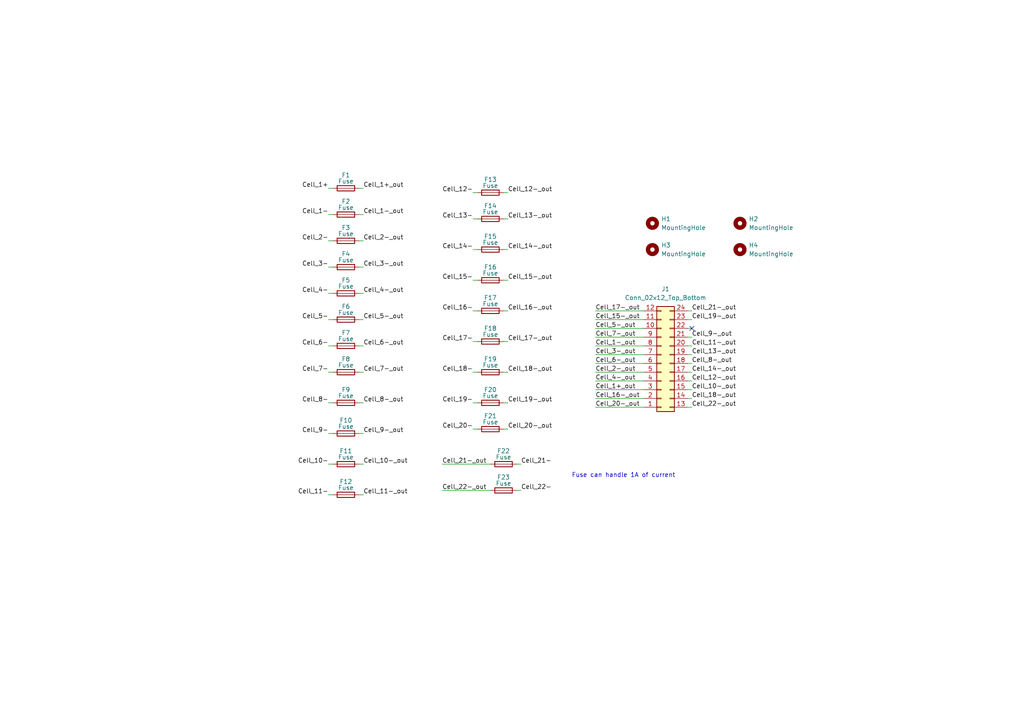
<source format=kicad_sch>
(kicad_sch (version 20250114) (generator "eeschema") (generator_version "9.0")
  (paper "A4")
  (lib_symbols
    (symbol "Connector_Generic:Conn_02x12_Top_Bottom" (pin_names (offset 1.016) (hide yes))
      (property "Reference" "J" (at 1.27 15.24 0))
      (property "Value" "Conn_02x12_Top_Bottom" (at 1.27 -17.78 0))
      (symbol "Conn_02x12_Top_Bottom_1_1"
        (rectangle (start -1.27 13.97) (end 3.81 -16.51) (stroke (width 0.254)) (fill (type background)))
        (rectangle (start -1.27 12.827) (end 0 12.573) (stroke (width 0.1524)))
        (rectangle (start -1.27 10.287) (end 0 10.033) (stroke (width 0.1524)))
        (rectangle (start -1.27 7.747) (end 0 7.493) (stroke (width 0.1524)))
        (rectangle (start -1.27 5.207) (end 0 4.953) (stroke (width 0.1524)))
        (rectangle (start -1.27 2.667) (end 0 2.413) (stroke (width 0.1524)))
        (rectangle (start -1.27 0.127) (end 0 -0.127) (stroke (width 0.1524)))
        (rectangle (start -1.27 -2.413) (end 0 -2.667) (stroke (width 0.1524)))
        (rectangle (start -1.27 -4.953) (end 0 -5.207) (stroke (width 0.1524)))
        (rectangle (start -1.27 -7.493) (end 0 -7.747) (stroke (width 0.1524)))
        (rectangle (start -1.27 -10.033) (end 0 -10.287) (stroke (width 0.1524)))
        (rectangle (start -1.27 -12.573) (end 0 -12.827) (stroke (width 0.1524)))
        (rectangle (start -1.27 -15.113) (end 0 -15.367) (stroke (width 0.1524)))
        (rectangle (start 3.81 12.827) (end 2.54 12.573) (stroke (width 0.1524)))
        (rectangle (start 3.81 10.287) (end 2.54 10.033) (stroke (width 0.1524)))
        (rectangle (start 3.81 7.747) (end 2.54 7.493) (stroke (width 0.1524)))
        (rectangle (start 3.81 5.207) (end 2.54 4.953) (stroke (width 0.1524)))
        (rectangle (start 3.81 2.667) (end 2.54 2.413) (stroke (width 0.1524)))
        (rectangle (start 3.81 0.127) (end 2.54 -0.127) (stroke (width 0.1524)))
        (rectangle (start 3.81 -2.413) (end 2.54 -2.667) (stroke (width 0.1524)))
        (rectangle (start 3.81 -4.953) (end 2.54 -5.207) (stroke (width 0.1524)))
        (rectangle (start 3.81 -7.493) (end 2.54 -7.747) (stroke (width 0.1524)))
        (rectangle (start 3.81 -10.033) (end 2.54 -10.287) (stroke (width 0.1524)))
        (rectangle (start 3.81 -12.573) (end 2.54 -12.827) (stroke (width 0.1524)))
        (rectangle (start 3.81 -15.113) (end 2.54 -15.367) (stroke (width 0.1524)))
        (pin passive line (at -5.08 12.7 0) (length 3.81) (name "Pin_1") (number "1"))
        (pin passive line (at -5.08 10.16 0) (length 3.81) (name "Pin_2") (number "2"))
        (pin passive line (at -5.08 7.62 0) (length 3.81) (name "Pin_3") (number "3"))
        (pin passive line (at -5.08 5.08 0) (length 3.81) (name "Pin_4") (number "4"))
        (pin passive line (at -5.08 2.54 0) (length 3.81) (name "Pin_5") (number "5"))
        (pin passive line (at -5.08 0 0) (length 3.81) (name "Pin_6") (number "6"))
        (pin passive line (at -5.08 -2.54 0) (length 3.81) (name "Pin_7") (number "7"))
        (pin passive line (at -5.08 -5.08 0) (length 3.81) (name "Pin_8") (number "8"))
        (pin passive line (at -5.08 -7.62 0) (length 3.81) (name "Pin_9") (number "9"))
        (pin passive line (at -5.08 -10.16 0) (length 3.81) (name "Pin_10") (number "10"))
        (pin passive line (at -5.08 -12.7 0) (length 3.81) (name "Pin_11") (number "11"))
        (pin passive line (at -5.08 -15.24 0) (length 3.81) (name "Pin_12") (number "12"))
        (pin passive line (at 7.62 12.7 180) (length 3.81) (name "Pin_13") (number "13"))
        (pin passive line (at 7.62 10.16 180) (length 3.81) (name "Pin_14") (number "14"))
        (pin passive line (at 7.62 7.62 180) (length 3.81) (name "Pin_15") (number "15"))
        (pin passive line (at 7.62 5.08 180) (length 3.81) (name "Pin_16") (number "16"))
        (pin passive line (at 7.62 2.54 180) (length 3.81) (name "Pin_17") (number "17"))
        (pin passive line (at 7.62 0 180) (length 3.81) (name "Pin_18") (number "18"))
        (pin passive line (at 7.62 -2.54 180) (length 3.81) (name "Pin_19") (number "19"))
        (pin passive line (at 7.62 -5.08 180) (length 3.81) (name "Pin_20") (number "20"))
        (pin passive line (at 7.62 -7.62 180) (length 3.81) (name "Pin_21") (number "21"))
        (pin passive line (at 7.62 -10.16 180) (length 3.81) (name "Pin_22") (number "22"))
        (pin passive line (at 7.62 -12.7 180) (length 3.81) (name "Pin_23") (number "23"))
        (pin passive line (at 7.62 -15.24 180) (length 3.81) (name "Pin_24") (number "24"))
      )
    )
    (symbol "Device:Fuse" (pin_numbers (hide yes)) (pin_names (offset 0))
      (property "Reference" "F" (at 2.032 0 90))
      (property "Value" "Fuse" (at -1.905 0 90))
      (symbol "Fuse_0_1"
        (rectangle (start -0.762 -2.54) (end 0.762 2.54) (stroke (width 0.254)))
        (polyline (pts (xy 0 2.54) (xy 0 -2.54)))
      )
      (symbol "Fuse_1_1"
        (pin passive line (at 0 3.81 270) (length 1.27) (name "~") (number "1"))
        (pin passive line (at 0 -3.81 90) (length 1.27) (name "~") (number "2"))
      )
    )
    (symbol "Mechanical:MountingHole" (pin_names (offset 1.016)) (exclude_from_sim yes) (in_bom no)
      (property "Reference" "H" (at 0 5.08 0))
      (property "Value" "MountingHole" (at 0 3.175 0))
      (symbol "MountingHole_0_1"
        (circle (center 0 0) (radius 1.27) (stroke (width 1.27)))
      )
    )
  )
  (text "Fuse can handle 1A of current" (at 180.848 137.922 0) (effects (font (size 1.27 1.27))))
  (no_connect (at 200.66 95.25))
  (wire (pts (xy 137.16 99.06) (xy 138.43 99.06)))
  (wire (pts (xy 172.72 105.41) (xy 186.69 105.41)))
  (wire (pts (xy 95.25 116.84) (xy 96.52 116.84)))
  (wire (pts (xy 199.39 100.33) (xy 200.66 100.33)))
  (wire (pts (xy 172.72 97.79) (xy 186.69 97.79)))
  (wire (pts (xy 146.05 81.28) (xy 147.32 81.28)))
  (wire (pts (xy 104.14 69.85) (xy 105.41 69.85)))
  (wire (pts (xy 172.72 110.49) (xy 186.69 110.49)))
  (wire (pts (xy 104.14 54.61) (xy 105.41 54.61)))
  (wire (pts (xy 172.72 95.25) (xy 186.69 95.25)))
  (wire (pts (xy 104.14 107.95) (xy 105.41 107.95)))
  (wire (pts (xy 199.39 118.11) (xy 200.66 118.11)))
  (wire (pts (xy 104.14 77.47) (xy 105.41 77.47)))
  (wire (pts (xy 104.14 92.71) (xy 105.41 92.71)))
  (wire (pts (xy 95.25 107.95) (xy 96.52 107.95)))
  (wire (pts (xy 172.72 107.95) (xy 186.69 107.95)))
  (wire (pts (xy 199.39 90.17) (xy 200.66 90.17)))
  (wire (pts (xy 104.14 62.23) (xy 105.41 62.23)))
  (wire (pts (xy 137.16 107.95) (xy 138.43 107.95)))
  (wire (pts (xy 95.25 100.33) (xy 96.52 100.33)))
  (wire (pts (xy 172.72 92.71) (xy 186.69 92.71)))
  (wire (pts (xy 172.72 90.17) (xy 186.69 90.17)))
  (wire (pts (xy 137.16 55.88) (xy 138.43 55.88)))
  (wire (pts (xy 199.39 107.95) (xy 200.66 107.95)))
  (wire (pts (xy 95.25 54.61) (xy 96.52 54.61)))
  (wire (pts (xy 172.72 113.03) (xy 186.69 113.03)))
  (wire (pts (xy 199.39 110.49) (xy 200.66 110.49)))
  (wire (pts (xy 146.05 72.39) (xy 147.32 72.39)))
  (wire (pts (xy 104.14 85.09) (xy 105.41 85.09)))
  (wire (pts (xy 199.39 97.79) (xy 200.66 97.79)))
  (wire (pts (xy 199.39 102.87) (xy 200.66 102.87)))
  (wire (pts (xy 172.72 100.33) (xy 186.69 100.33)))
  (wire (pts (xy 137.16 63.5) (xy 138.43 63.5)))
  (wire (pts (xy 95.25 62.23) (xy 96.52 62.23)))
  (wire (pts (xy 137.16 90.17) (xy 138.43 90.17)))
  (wire (pts (xy 199.39 92.71) (xy 200.66 92.71)))
  (wire (pts (xy 95.25 143.51) (xy 96.52 143.51)))
  (wire (pts (xy 95.25 134.62) (xy 96.52 134.62)))
  (wire (pts (xy 104.14 134.62) (xy 105.41 134.62)))
  (wire (pts (xy 95.25 77.47) (xy 96.52 77.47)))
  (wire (pts (xy 104.14 143.51) (xy 105.41 143.51)))
  (wire (pts (xy 146.05 124.46) (xy 147.32 124.46)))
  (wire (pts (xy 95.25 92.71) (xy 96.52 92.71)))
  (wire (pts (xy 172.72 118.11) (xy 186.69 118.11)))
  (wire (pts (xy 172.72 115.57) (xy 186.69 115.57)))
  (wire (pts (xy 95.25 85.09) (xy 96.52 85.09)))
  (wire (pts (xy 199.39 105.41) (xy 200.66 105.41)))
  (wire (pts (xy 146.05 90.17) (xy 147.32 90.17)))
  (wire (pts (xy 199.39 113.03) (xy 200.66 113.03)))
  (wire (pts (xy 172.72 102.87) (xy 186.69 102.87)))
  (wire (pts (xy 137.16 124.46) (xy 138.43 124.46)))
  (wire (pts (xy 199.39 95.25) (xy 200.66 95.25)))
  (wire (pts (xy 104.14 100.33) (xy 105.41 100.33)))
  (wire (pts (xy 95.25 69.85) (xy 96.52 69.85)))
  (wire (pts (xy 137.16 72.39) (xy 138.43 72.39)))
  (wire (pts (xy 137.16 81.28) (xy 138.43 81.28)))
  (wire (pts (xy 146.05 99.06) (xy 147.32 99.06)))
  (wire (pts (xy 137.16 116.84) (xy 138.43 116.84)))
  (wire (pts (xy 151.13 134.62) (xy 149.86 134.62)))
  (wire (pts (xy 146.05 116.84) (xy 147.32 116.84)))
  (wire (pts (xy 199.39 115.57) (xy 200.66 115.57)))
  (wire (pts (xy 104.14 116.84) (xy 105.41 116.84)))
  (wire (pts (xy 146.05 107.95) (xy 147.32 107.95)))
  (wire (pts (xy 104.14 125.73) (xy 105.41 125.73)))
  (wire (pts (xy 95.25 125.73) (xy 96.52 125.73)))
  (wire (pts (xy 149.86 142.24) (xy 151.13 142.24)))
  (wire (pts (xy 146.05 63.5) (xy 147.32 63.5)))
  (wire (pts (xy 128.27 134.62) (xy 142.24 134.62)))
  (wire (pts (xy 128.27 142.24) (xy 142.24 142.24)))
  (wire (pts (xy 146.05 55.88) (xy 147.32 55.88)))
  (label "Cell_14-" (at 137.16 72.39 180))
  (label "Cell_8-_out" (at 105.41 116.84 0))
  (label "Cell_7-" (at 95.25 107.95 180))
  (label "Cell_7-_out" (at 172.72 97.79 0))
  (label "Cell_3-_out" (at 105.41 77.47 0))
  (label "Cell_17-_out" (at 172.72 90.17 0))
  (label "Cell_3-" (at 95.25 77.47 180))
  (label "Cell_22-_out" (at 128.27 142.24 0))
  (label "Cell_12-" (at 137.16 55.88 180))
  (label "Cell_19-_out" (at 147.32 116.84 0))
  (label "Cell_15-" (at 137.16 81.28 180))
  (label "Cell_10-" (at 95.25 134.62 180))
  (label "Cell_14-_out" (at 200.66 107.95 0))
  (label "Cell_5-_out" (at 172.72 95.25 0))
  (label "Cell_1-_out" (at 172.72 100.33 0))
  (label "Cell_21-" (at 151.13 134.62 0))
  (label "Cell_12-_out" (at 147.32 55.88 0))
  (label "Cell_22-" (at 151.13 142.24 0))
  (label "Cell_12-_out" (at 200.66 110.49 0))
  (label "Cell_9-_out" (at 105.41 125.73 0))
  (label "Cell_16-_out" (at 172.72 115.57 0))
  (label "Cell_20-_out" (at 147.32 124.46 0))
  (label "Cell_5-" (at 95.25 92.71 180))
  (label "Cell_9-" (at 95.25 125.73 180))
  (label "Cell_3-_out" (at 172.72 102.87 0))
  (label "Cell_21-_out" (at 200.66 90.17 0))
  (label "Cell_13-_out" (at 147.32 63.5 0))
  (label "Cell_18-" (at 137.16 107.95 180))
  (label "Cell_5-_out" (at 105.41 92.71 0))
  (label "Cell_1+" (at 95.25 54.61 180))
  (label "Cell_20-_out" (at 172.72 118.11 0))
  (label "Cell_4-" (at 95.25 85.09 180))
  (label "Cell_10-_out" (at 200.66 113.03 0))
  (label "Cell_11-_out" (at 105.41 143.51 0))
  (label "Cell_1-" (at 95.25 62.23 180))
  (label "Cell_2-_out" (at 172.72 107.95 0))
  (label "Cell_1+_out" (at 105.41 54.61 0))
  (label "Cell_6-_out" (at 105.41 100.33 0))
  (label "Cell_18-_out" (at 147.32 107.95 0))
  (label "Cell_8-_out" (at 200.66 105.41 0))
  (label "Cell_15-_out" (at 147.32 81.28 0))
  (label "Cell_7-_out" (at 105.41 107.95 0))
  (label "Cell_21-_out" (at 128.27 134.62 0))
  (label "Cell_19-" (at 137.16 116.84 180))
  (label "Cell_10-_out" (at 105.41 134.62 0))
  (label "Cell_18-_out" (at 200.66 115.57 0))
  (label "Cell_17-_out" (at 147.32 99.06 0))
  (label "Cell_9-_out" (at 200.66 97.79 0))
  (label "Cell_13-_out" (at 200.66 102.87 0))
  (label "Cell_16-" (at 137.16 90.17 180))
  (label "Cell_20-" (at 137.16 124.46 180))
  (label "Cell_19-_out" (at 200.66 92.71 0))
  (label "Cell_13-" (at 137.16 63.5 180))
  (label "Cell_16-_out" (at 147.32 90.17 0))
  (label "Cell_11-" (at 95.25 143.51 180))
  (label "Cell_14-_out" (at 147.32 72.39 0))
  (label "Cell_17-" (at 137.16 99.06 180))
  (label "Cell_1-_out" (at 105.41 62.23 0))
  (label "Cell_11-_out" (at 200.66 100.33 0))
  (label "Cell_8-" (at 95.25 116.84 180))
  (label "Cell_2-" (at 95.25 69.85 180))
  (label "Cell_6-" (at 95.25 100.33 180))
  (label "Cell_6-_out" (at 172.72 105.41 0))
  (label "Cell_15-_out" (at 172.72 92.71 0))
  (label "Cell_4-_out" (at 105.41 85.09 0))
  (label "Cell_22-_out" (at 200.66 118.11 0))
  (label "Cell_1+_out" (at 172.72 113.03 0))
  (label "Cell_4-_out" (at 172.72 110.49 0))
  (label "Cell_2-_out" (at 105.41 69.85 0))
  (symbol (lib_id "Device:Fuse") (at 142.24 124.46 90) (unit 1)
    (property "Reference" "F21" (at 142.24 120.65 90))
    (property "Value" "Fuse" (at 142.24 122.428 90))
    (property "Footprint" "Fuse:Fuse_Littelfuse-NANO2-885" (effects (hide yes)))
    (property "Description" "Fuse" (effects (hide yes)))
  )
  (symbol (lib_id "Device:Fuse") (at 142.24 107.95 90) (unit 1)
    (property "Reference" "F19" (at 142.24 104.14 90))
    (property "Value" "Fuse" (at 142.24 105.918 90))
    (property "Footprint" "Fuse:Fuse_Littelfuse-NANO2-885" (effects (hide yes)))
    (property "Description" "Fuse" (effects (hide yes)))
  )
  (symbol (lib_id "Device:Fuse") (at 142.24 81.28 90) (unit 1)
    (property "Reference" "F16" (at 142.24 77.47 90))
    (property "Value" "Fuse" (at 142.24 79.248 90))
    (property "Footprint" "Fuse:Fuse_Littelfuse-NANO2-885" (effects (hide yes)))
    (property "Description" "Fuse" (effects (hide yes)))
  )
  (symbol (lib_id "Mechanical:MountingHole") (at 189.23 72.39 0) (unit 1) (exclude_from_sim yes) (in_bom no)
    (property "Reference" "H3" (at 191.77 71.1199 0) (effects (justify left)))
    (property "Value" "MountingHole" (at 191.77 73.6599 0) (effects (justify left)))
    (property "Footprint" "MountingHole:MountingHole_4.3mm_M4" (effects (hide yes)))
    (property "Description" "Mounting Hole without connection" (effects (hide yes)))
  )
  (symbol (lib_id "Device:Fuse") (at 142.24 63.5 90) (unit 1)
    (property "Reference" "F14" (at 142.24 59.69 90))
    (property "Value" "Fuse" (at 142.24 61.468 90))
    (property "Footprint" "Fuse:Fuse_Littelfuse-NANO2-885" (effects (hide yes)))
    (property "Description" "Fuse" (effects (hide yes)))
  )
  (symbol (lib_id "Device:Fuse") (at 100.33 134.62 90) (unit 1)
    (property "Reference" "F11" (at 100.33 130.81 90))
    (property "Value" "Fuse" (at 100.33 132.588 90))
    (property "Footprint" "Fuse:Fuse_Littelfuse-NANO2-885" (effects (hide yes)))
    (property "Description" "Fuse" (effects (hide yes)))
  )
  (symbol (lib_id "Device:Fuse") (at 100.33 54.61 90) (unit 1)
    (property "Reference" "F1" (at 100.33 50.8 90))
    (property "Value" "Fuse" (at 100.33 52.578 90))
    (property "Footprint" "Fuse:Fuse_Littelfuse-NANO2-885" (effects (hide yes)))
    (property "Description" "Fuse" (effects (hide yes)))
  )
  (symbol (lib_id "Device:Fuse") (at 100.33 107.95 90) (unit 1)
    (property "Reference" "F8" (at 100.33 104.14 90))
    (property "Value" "Fuse" (at 100.33 105.918 90))
    (property "Footprint" "Fuse:Fuse_Littelfuse-NANO2-885" (effects (hide yes)))
    (property "Description" "Fuse" (effects (hide yes)))
  )
  (symbol (lib_id "Device:Fuse") (at 100.33 100.33 90) (unit 1)
    (property "Reference" "F7" (at 100.33 96.52 90))
    (property "Value" "Fuse" (at 100.33 98.298 90))
    (property "Footprint" "Fuse:Fuse_Littelfuse-NANO2-885" (effects (hide yes)))
    (property "Description" "Fuse" (effects (hide yes)))
  )
  (symbol (lib_id "Device:Fuse") (at 100.33 143.51 90) (unit 1)
    (property "Reference" "F12" (at 100.33 139.7 90))
    (property "Value" "Fuse" (at 100.33 141.478 90))
    (property "Footprint" "Fuse:Fuse_Littelfuse-NANO2-885" (effects (hide yes)))
    (property "Description" "Fuse" (effects (hide yes)))
  )
  (symbol (lib_id "Mechanical:MountingHole") (at 214.63 72.39 0) (unit 1) (exclude_from_sim yes) (in_bom no)
    (property "Reference" "H4" (at 217.17 71.1199 0) (effects (justify left)))
    (property "Value" "MountingHole" (at 217.17 73.6599 0) (effects (justify left)))
    (property "Footprint" "MountingHole:MountingHole_4.3mm_M4" (effects (hide yes)))
    (property "Description" "Mounting Hole without connection" (effects (hide yes)))
  )
  (symbol (lib_id "Device:Fuse") (at 100.33 69.85 90) (unit 1)
    (property "Reference" "F3" (at 100.33 66.04 90))
    (property "Value" "Fuse" (at 100.33 67.818 90))
    (property "Footprint" "Fuse:Fuse_Littelfuse-NANO2-885" (effects (hide yes)))
    (property "Description" "Fuse" (effects (hide yes)))
  )
  (symbol (lib_id "Device:Fuse") (at 100.33 77.47 90) (unit 1)
    (property "Reference" "F4" (at 100.33 73.66 90))
    (property "Value" "Fuse" (at 100.33 75.438 90))
    (property "Footprint" "Fuse:Fuse_Littelfuse-NANO2-885" (effects (hide yes)))
    (property "Description" "Fuse" (effects (hide yes)))
  )
  (symbol (lib_id "Device:Fuse") (at 142.24 99.06 90) (unit 1)
    (property "Reference" "F18" (at 142.24 95.25 90))
    (property "Value" "Fuse" (at 142.24 97.028 90))
    (property "Footprint" "Fuse:Fuse_Littelfuse-NANO2-885" (effects (hide yes)))
    (property "Description" "Fuse" (effects (hide yes)))
  )
  (symbol (lib_id "Device:Fuse") (at 100.33 62.23 90) (unit 1)
    (property "Reference" "F2" (at 100.33 58.42 90))
    (property "Value" "Fuse" (at 100.33 60.198 90))
    (property "Footprint" "Fuse:Fuse_Littelfuse-NANO2-885" (effects (hide yes)))
    (property "Description" "Fuse" (effects (hide yes)))
  )
  (symbol (lib_id "Device:Fuse") (at 142.24 90.17 90) (unit 1)
    (property "Reference" "F17" (at 142.24 86.36 90))
    (property "Value" "Fuse" (at 142.24 88.138 90))
    (property "Footprint" "Fuse:Fuse_Littelfuse-NANO2-885" (effects (hide yes)))
    (property "Description" "Fuse" (effects (hide yes)))
  )
  (symbol (lib_id "Device:Fuse") (at 146.05 142.24 90) (unit 1)
    (property "Reference" "F23" (at 146.05 138.43 90))
    (property "Value" "Fuse" (at 146.05 140.208 90))
    (property "Footprint" "Fuse:Fuse_Littelfuse-NANO2-885" (effects (hide yes)))
    (property "Description" "Fuse" (effects (hide yes)))
  )
  (symbol (lib_id "Device:Fuse") (at 142.24 116.84 90) (unit 1)
    (property "Reference" "F20" (at 142.24 113.03 90))
    (property "Value" "Fuse" (at 142.24 114.808 90))
    (property "Footprint" "Fuse:Fuse_Littelfuse-NANO2-885" (effects (hide yes)))
    (property "Description" "Fuse" (effects (hide yes)))
  )
  (symbol (lib_id "Device:Fuse") (at 100.33 85.09 90) (unit 1)
    (property "Reference" "F5" (at 100.33 81.28 90))
    (property "Value" "Fuse" (at 100.33 83.058 90))
    (property "Footprint" "Fuse:Fuse_Littelfuse-NANO2-885" (effects (hide yes)))
    (property "Description" "Fuse" (effects (hide yes)))
  )
  (symbol (lib_id "Device:Fuse") (at 146.05 134.62 90) (unit 1)
    (property "Reference" "F22" (at 146.05 130.81 90))
    (property "Value" "Fuse" (at 146.05 132.588 90))
    (property "Footprint" "Fuse:Fuse_Littelfuse-NANO2-885" (effects (hide yes)))
    (property "Description" "Fuse" (effects (hide yes)))
  )
  (symbol (lib_id "Device:Fuse") (at 100.33 116.84 90) (unit 1)
    (property "Reference" "F9" (at 100.33 113.03 90))
    (property "Value" "Fuse" (at 100.33 114.808 90))
    (property "Footprint" "Fuse:Fuse_Littelfuse-NANO2-885" (effects (hide yes)))
    (property "Description" "Fuse" (effects (hide yes)))
  )
  (symbol (lib_id "Device:Fuse") (at 142.24 72.39 90) (unit 1)
    (property "Reference" "F15" (at 142.24 68.58 90))
    (property "Value" "Fuse" (at 142.24 70.358 90))
    (property "Footprint" "Fuse:Fuse_Littelfuse-NANO2-885" (effects (hide yes)))
    (property "Description" "Fuse" (effects (hide yes)))
  )
  (symbol (lib_id "Mechanical:MountingHole") (at 214.63 64.77 0) (unit 1) (exclude_from_sim yes) (in_bom no)
    (property "Reference" "H2" (at 217.17 63.4999 0) (effects (justify left)))
    (property "Value" "MountingHole" (at 217.17 66.0399 0) (effects (justify left)))
    (property "Footprint" "MountingHole:MountingHole_4.3mm_M4" (effects (hide yes)))
    (property "Description" "Mounting Hole without connection" (effects (hide yes)))
  )
  (symbol (lib_id "Device:Fuse") (at 100.33 92.71 90) (unit 1)
    (property "Reference" "F6" (at 100.33 88.9 90))
    (property "Value" "Fuse" (at 100.33 90.678 90))
    (property "Footprint" "Fuse:Fuse_Littelfuse-NANO2-885" (effects (hide yes)))
    (property "Description" "Fuse" (effects (hide yes)))
  )
  (symbol (lib_id "Connector_Generic:Conn_02x12_Top_Bottom") (at 191.77 105.41 0) (mirror x) (unit 1)
    (property "Reference" "J1" (at 193.04 83.82 0))
    (property "Value" "Conn_02x12_Top_Bottom" (at 193.04 86.36 0))
    (property "Footprint" "Connector_Molex:Molex_Micro-Fit_3.0_43045-2412_2x12_P3.00mm_Vertical" (effects (hide yes)))
    (property "Description" "Generic connector, double row, 02x12, top/bottom pin numbering scheme (row 1: 1...pins_per_row, row2: pins_per_row+1 ... num_pins), script generated (kicad-library-utils/schlib/autogen/connector/)" (effects (hide yes)))
  )
  (symbol (lib_id "Device:Fuse") (at 100.33 125.73 90) (unit 1)
    (property "Reference" "F10" (at 100.33 121.92 90))
    (property "Value" "Fuse" (at 100.33 123.698 90))
    (property "Footprint" "Fuse:Fuse_Littelfuse-NANO2-885" (effects (hide yes)))
    (property "Description" "Fuse" (effects (hide yes)))
  )
  (symbol (lib_id "Mechanical:MountingHole") (at 189.23 64.77 0) (unit 1) (exclude_from_sim yes) (in_bom no)
    (property "Reference" "H1" (at 191.77 63.4999 0) (effects (justify left)))
    (property "Value" "MountingHole" (at 191.77 66.0399 0) (effects (justify left)))
    (property "Footprint" "MountingHole:MountingHole_4.3mm_M4" (effects (hide yes)))
    (property "Description" "Mounting Hole without connection" (effects (hide yes)))
  )
  (symbol (lib_id "Device:Fuse") (at 142.24 55.88 90) (unit 1)
    (property "Reference" "F13" (at 142.24 52.07 90))
    (property "Value" "Fuse" (at 142.24 53.848 90))
    (property "Footprint" "Fuse:Fuse_Littelfuse-NANO2-885" (effects (hide yes)))
    (property "Description" "Fuse" (effects (hide yes)))
  )
)
</source>
